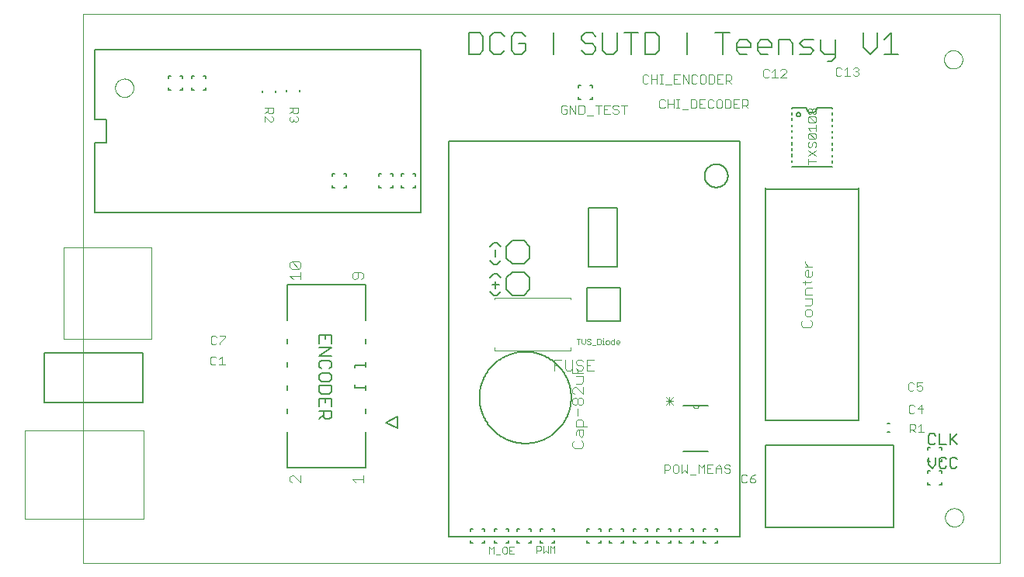
<source format=gto>
G75*
%MOIN*%
%OFA0B0*%
%FSLAX25Y25*%
%IPPOS*%
%LPD*%
%AMOC8*
5,1,8,0,0,1.08239X$1,22.5*
%
%ADD10C,0.00000*%
%ADD11C,0.00800*%
%ADD12C,0.00600*%
%ADD13C,0.00300*%
%ADD14C,0.00500*%
%ADD15C,0.00400*%
%ADD16C,0.00200*%
%ADD17C,0.00394*%
D10*
X0031328Y0025816D02*
X0031328Y0262036D01*
X0425028Y0262036D01*
X0425028Y0025816D01*
X0031328Y0025816D01*
X0293198Y0093647D02*
X0293200Y0093578D01*
X0293206Y0093510D01*
X0293216Y0093442D01*
X0293229Y0093375D01*
X0293247Y0093309D01*
X0293268Y0093244D01*
X0293293Y0093180D01*
X0293321Y0093118D01*
X0293353Y0093057D01*
X0293388Y0092998D01*
X0293427Y0092942D01*
X0293469Y0092887D01*
X0293514Y0092836D01*
X0293562Y0092786D01*
X0293612Y0092740D01*
X0293665Y0092697D01*
X0293721Y0092656D01*
X0293778Y0092619D01*
X0293838Y0092586D01*
X0293900Y0092555D01*
X0293963Y0092529D01*
X0294027Y0092506D01*
X0294093Y0092486D01*
X0294160Y0092471D01*
X0294227Y0092459D01*
X0294295Y0092451D01*
X0294364Y0092447D01*
X0294432Y0092447D01*
X0294501Y0092451D01*
X0294569Y0092459D01*
X0294636Y0092471D01*
X0294703Y0092486D01*
X0294769Y0092506D01*
X0294833Y0092529D01*
X0294896Y0092555D01*
X0294958Y0092586D01*
X0295018Y0092619D01*
X0295075Y0092656D01*
X0295131Y0092697D01*
X0295184Y0092740D01*
X0295234Y0092786D01*
X0295282Y0092836D01*
X0295327Y0092887D01*
X0295369Y0092942D01*
X0295408Y0092998D01*
X0295443Y0093057D01*
X0295475Y0093118D01*
X0295503Y0093180D01*
X0295528Y0093244D01*
X0295549Y0093309D01*
X0295567Y0093375D01*
X0295580Y0093442D01*
X0295590Y0093510D01*
X0295596Y0093578D01*
X0295598Y0093647D01*
X0401406Y0045501D02*
X0401408Y0045626D01*
X0401414Y0045751D01*
X0401424Y0045875D01*
X0401438Y0045999D01*
X0401455Y0046123D01*
X0401477Y0046246D01*
X0401503Y0046368D01*
X0401532Y0046490D01*
X0401565Y0046610D01*
X0401603Y0046729D01*
X0401643Y0046848D01*
X0401688Y0046964D01*
X0401736Y0047079D01*
X0401788Y0047193D01*
X0401844Y0047305D01*
X0401903Y0047415D01*
X0401965Y0047523D01*
X0402031Y0047630D01*
X0402100Y0047734D01*
X0402173Y0047835D01*
X0402248Y0047935D01*
X0402327Y0048032D01*
X0402409Y0048126D01*
X0402494Y0048218D01*
X0402581Y0048307D01*
X0402672Y0048393D01*
X0402765Y0048476D01*
X0402861Y0048557D01*
X0402959Y0048634D01*
X0403059Y0048708D01*
X0403162Y0048779D01*
X0403267Y0048846D01*
X0403375Y0048911D01*
X0403484Y0048971D01*
X0403595Y0049029D01*
X0403708Y0049082D01*
X0403822Y0049132D01*
X0403938Y0049179D01*
X0404055Y0049221D01*
X0404174Y0049260D01*
X0404294Y0049296D01*
X0404415Y0049327D01*
X0404537Y0049355D01*
X0404659Y0049378D01*
X0404783Y0049398D01*
X0404907Y0049414D01*
X0405031Y0049426D01*
X0405156Y0049434D01*
X0405281Y0049438D01*
X0405405Y0049438D01*
X0405530Y0049434D01*
X0405655Y0049426D01*
X0405779Y0049414D01*
X0405903Y0049398D01*
X0406027Y0049378D01*
X0406149Y0049355D01*
X0406271Y0049327D01*
X0406392Y0049296D01*
X0406512Y0049260D01*
X0406631Y0049221D01*
X0406748Y0049179D01*
X0406864Y0049132D01*
X0406978Y0049082D01*
X0407091Y0049029D01*
X0407202Y0048971D01*
X0407312Y0048911D01*
X0407419Y0048846D01*
X0407524Y0048779D01*
X0407627Y0048708D01*
X0407727Y0048634D01*
X0407825Y0048557D01*
X0407921Y0048476D01*
X0408014Y0048393D01*
X0408105Y0048307D01*
X0408192Y0048218D01*
X0408277Y0048126D01*
X0408359Y0048032D01*
X0408438Y0047935D01*
X0408513Y0047835D01*
X0408586Y0047734D01*
X0408655Y0047630D01*
X0408721Y0047523D01*
X0408783Y0047415D01*
X0408842Y0047305D01*
X0408898Y0047193D01*
X0408950Y0047079D01*
X0408998Y0046964D01*
X0409043Y0046848D01*
X0409083Y0046729D01*
X0409121Y0046610D01*
X0409154Y0046490D01*
X0409183Y0046368D01*
X0409209Y0046246D01*
X0409231Y0046123D01*
X0409248Y0045999D01*
X0409262Y0045875D01*
X0409272Y0045751D01*
X0409278Y0045626D01*
X0409280Y0045501D01*
X0409278Y0045376D01*
X0409272Y0045251D01*
X0409262Y0045127D01*
X0409248Y0045003D01*
X0409231Y0044879D01*
X0409209Y0044756D01*
X0409183Y0044634D01*
X0409154Y0044512D01*
X0409121Y0044392D01*
X0409083Y0044273D01*
X0409043Y0044154D01*
X0408998Y0044038D01*
X0408950Y0043923D01*
X0408898Y0043809D01*
X0408842Y0043697D01*
X0408783Y0043587D01*
X0408721Y0043479D01*
X0408655Y0043372D01*
X0408586Y0043268D01*
X0408513Y0043167D01*
X0408438Y0043067D01*
X0408359Y0042970D01*
X0408277Y0042876D01*
X0408192Y0042784D01*
X0408105Y0042695D01*
X0408014Y0042609D01*
X0407921Y0042526D01*
X0407825Y0042445D01*
X0407727Y0042368D01*
X0407627Y0042294D01*
X0407524Y0042223D01*
X0407419Y0042156D01*
X0407311Y0042091D01*
X0407202Y0042031D01*
X0407091Y0041973D01*
X0406978Y0041920D01*
X0406864Y0041870D01*
X0406748Y0041823D01*
X0406631Y0041781D01*
X0406512Y0041742D01*
X0406392Y0041706D01*
X0406271Y0041675D01*
X0406149Y0041647D01*
X0406027Y0041624D01*
X0405903Y0041604D01*
X0405779Y0041588D01*
X0405655Y0041576D01*
X0405530Y0041568D01*
X0405405Y0041564D01*
X0405281Y0041564D01*
X0405156Y0041568D01*
X0405031Y0041576D01*
X0404907Y0041588D01*
X0404783Y0041604D01*
X0404659Y0041624D01*
X0404537Y0041647D01*
X0404415Y0041675D01*
X0404294Y0041706D01*
X0404174Y0041742D01*
X0404055Y0041781D01*
X0403938Y0041823D01*
X0403822Y0041870D01*
X0403708Y0041920D01*
X0403595Y0041973D01*
X0403484Y0042031D01*
X0403374Y0042091D01*
X0403267Y0042156D01*
X0403162Y0042223D01*
X0403059Y0042294D01*
X0402959Y0042368D01*
X0402861Y0042445D01*
X0402765Y0042526D01*
X0402672Y0042609D01*
X0402581Y0042695D01*
X0402494Y0042784D01*
X0402409Y0042876D01*
X0402327Y0042970D01*
X0402248Y0043067D01*
X0402173Y0043167D01*
X0402100Y0043268D01*
X0402031Y0043372D01*
X0401965Y0043479D01*
X0401903Y0043587D01*
X0401844Y0043697D01*
X0401788Y0043809D01*
X0401736Y0043923D01*
X0401688Y0044038D01*
X0401643Y0044154D01*
X0401603Y0044273D01*
X0401565Y0044392D01*
X0401532Y0044512D01*
X0401503Y0044634D01*
X0401477Y0044756D01*
X0401455Y0044879D01*
X0401438Y0045003D01*
X0401424Y0045127D01*
X0401414Y0045251D01*
X0401408Y0045376D01*
X0401406Y0045501D01*
X0401013Y0242351D02*
X0401015Y0242476D01*
X0401021Y0242601D01*
X0401031Y0242725D01*
X0401045Y0242849D01*
X0401062Y0242973D01*
X0401084Y0243096D01*
X0401110Y0243218D01*
X0401139Y0243340D01*
X0401172Y0243460D01*
X0401210Y0243579D01*
X0401250Y0243698D01*
X0401295Y0243814D01*
X0401343Y0243929D01*
X0401395Y0244043D01*
X0401451Y0244155D01*
X0401510Y0244265D01*
X0401572Y0244373D01*
X0401638Y0244480D01*
X0401707Y0244584D01*
X0401780Y0244685D01*
X0401855Y0244785D01*
X0401934Y0244882D01*
X0402016Y0244976D01*
X0402101Y0245068D01*
X0402188Y0245157D01*
X0402279Y0245243D01*
X0402372Y0245326D01*
X0402468Y0245407D01*
X0402566Y0245484D01*
X0402666Y0245558D01*
X0402769Y0245629D01*
X0402874Y0245696D01*
X0402982Y0245761D01*
X0403091Y0245821D01*
X0403202Y0245879D01*
X0403315Y0245932D01*
X0403429Y0245982D01*
X0403545Y0246029D01*
X0403662Y0246071D01*
X0403781Y0246110D01*
X0403901Y0246146D01*
X0404022Y0246177D01*
X0404144Y0246205D01*
X0404266Y0246228D01*
X0404390Y0246248D01*
X0404514Y0246264D01*
X0404638Y0246276D01*
X0404763Y0246284D01*
X0404888Y0246288D01*
X0405012Y0246288D01*
X0405137Y0246284D01*
X0405262Y0246276D01*
X0405386Y0246264D01*
X0405510Y0246248D01*
X0405634Y0246228D01*
X0405756Y0246205D01*
X0405878Y0246177D01*
X0405999Y0246146D01*
X0406119Y0246110D01*
X0406238Y0246071D01*
X0406355Y0246029D01*
X0406471Y0245982D01*
X0406585Y0245932D01*
X0406698Y0245879D01*
X0406809Y0245821D01*
X0406919Y0245761D01*
X0407026Y0245696D01*
X0407131Y0245629D01*
X0407234Y0245558D01*
X0407334Y0245484D01*
X0407432Y0245407D01*
X0407528Y0245326D01*
X0407621Y0245243D01*
X0407712Y0245157D01*
X0407799Y0245068D01*
X0407884Y0244976D01*
X0407966Y0244882D01*
X0408045Y0244785D01*
X0408120Y0244685D01*
X0408193Y0244584D01*
X0408262Y0244480D01*
X0408328Y0244373D01*
X0408390Y0244265D01*
X0408449Y0244155D01*
X0408505Y0244043D01*
X0408557Y0243929D01*
X0408605Y0243814D01*
X0408650Y0243698D01*
X0408690Y0243579D01*
X0408728Y0243460D01*
X0408761Y0243340D01*
X0408790Y0243218D01*
X0408816Y0243096D01*
X0408838Y0242973D01*
X0408855Y0242849D01*
X0408869Y0242725D01*
X0408879Y0242601D01*
X0408885Y0242476D01*
X0408887Y0242351D01*
X0408885Y0242226D01*
X0408879Y0242101D01*
X0408869Y0241977D01*
X0408855Y0241853D01*
X0408838Y0241729D01*
X0408816Y0241606D01*
X0408790Y0241484D01*
X0408761Y0241362D01*
X0408728Y0241242D01*
X0408690Y0241123D01*
X0408650Y0241004D01*
X0408605Y0240888D01*
X0408557Y0240773D01*
X0408505Y0240659D01*
X0408449Y0240547D01*
X0408390Y0240437D01*
X0408328Y0240329D01*
X0408262Y0240222D01*
X0408193Y0240118D01*
X0408120Y0240017D01*
X0408045Y0239917D01*
X0407966Y0239820D01*
X0407884Y0239726D01*
X0407799Y0239634D01*
X0407712Y0239545D01*
X0407621Y0239459D01*
X0407528Y0239376D01*
X0407432Y0239295D01*
X0407334Y0239218D01*
X0407234Y0239144D01*
X0407131Y0239073D01*
X0407026Y0239006D01*
X0406918Y0238941D01*
X0406809Y0238881D01*
X0406698Y0238823D01*
X0406585Y0238770D01*
X0406471Y0238720D01*
X0406355Y0238673D01*
X0406238Y0238631D01*
X0406119Y0238592D01*
X0405999Y0238556D01*
X0405878Y0238525D01*
X0405756Y0238497D01*
X0405634Y0238474D01*
X0405510Y0238454D01*
X0405386Y0238438D01*
X0405262Y0238426D01*
X0405137Y0238418D01*
X0405012Y0238414D01*
X0404888Y0238414D01*
X0404763Y0238418D01*
X0404638Y0238426D01*
X0404514Y0238438D01*
X0404390Y0238454D01*
X0404266Y0238474D01*
X0404144Y0238497D01*
X0404022Y0238525D01*
X0403901Y0238556D01*
X0403781Y0238592D01*
X0403662Y0238631D01*
X0403545Y0238673D01*
X0403429Y0238720D01*
X0403315Y0238770D01*
X0403202Y0238823D01*
X0403091Y0238881D01*
X0402981Y0238941D01*
X0402874Y0239006D01*
X0402769Y0239073D01*
X0402666Y0239144D01*
X0402566Y0239218D01*
X0402468Y0239295D01*
X0402372Y0239376D01*
X0402279Y0239459D01*
X0402188Y0239545D01*
X0402101Y0239634D01*
X0402016Y0239726D01*
X0401934Y0239820D01*
X0401855Y0239917D01*
X0401780Y0240017D01*
X0401707Y0240118D01*
X0401638Y0240222D01*
X0401572Y0240329D01*
X0401510Y0240437D01*
X0401451Y0240547D01*
X0401395Y0240659D01*
X0401343Y0240773D01*
X0401295Y0240888D01*
X0401250Y0241004D01*
X0401210Y0241123D01*
X0401172Y0241242D01*
X0401139Y0241362D01*
X0401110Y0241484D01*
X0401084Y0241606D01*
X0401062Y0241729D01*
X0401045Y0241853D01*
X0401031Y0241977D01*
X0401021Y0242101D01*
X0401015Y0242226D01*
X0401013Y0242351D01*
X0045107Y0230146D02*
X0045109Y0230271D01*
X0045115Y0230396D01*
X0045125Y0230520D01*
X0045139Y0230644D01*
X0045156Y0230768D01*
X0045178Y0230891D01*
X0045204Y0231013D01*
X0045233Y0231135D01*
X0045266Y0231255D01*
X0045304Y0231374D01*
X0045344Y0231493D01*
X0045389Y0231609D01*
X0045437Y0231724D01*
X0045489Y0231838D01*
X0045545Y0231950D01*
X0045604Y0232060D01*
X0045666Y0232168D01*
X0045732Y0232275D01*
X0045801Y0232379D01*
X0045874Y0232480D01*
X0045949Y0232580D01*
X0046028Y0232677D01*
X0046110Y0232771D01*
X0046195Y0232863D01*
X0046282Y0232952D01*
X0046373Y0233038D01*
X0046466Y0233121D01*
X0046562Y0233202D01*
X0046660Y0233279D01*
X0046760Y0233353D01*
X0046863Y0233424D01*
X0046968Y0233491D01*
X0047076Y0233556D01*
X0047185Y0233616D01*
X0047296Y0233674D01*
X0047409Y0233727D01*
X0047523Y0233777D01*
X0047639Y0233824D01*
X0047756Y0233866D01*
X0047875Y0233905D01*
X0047995Y0233941D01*
X0048116Y0233972D01*
X0048238Y0234000D01*
X0048360Y0234023D01*
X0048484Y0234043D01*
X0048608Y0234059D01*
X0048732Y0234071D01*
X0048857Y0234079D01*
X0048982Y0234083D01*
X0049106Y0234083D01*
X0049231Y0234079D01*
X0049356Y0234071D01*
X0049480Y0234059D01*
X0049604Y0234043D01*
X0049728Y0234023D01*
X0049850Y0234000D01*
X0049972Y0233972D01*
X0050093Y0233941D01*
X0050213Y0233905D01*
X0050332Y0233866D01*
X0050449Y0233824D01*
X0050565Y0233777D01*
X0050679Y0233727D01*
X0050792Y0233674D01*
X0050903Y0233616D01*
X0051013Y0233556D01*
X0051120Y0233491D01*
X0051225Y0233424D01*
X0051328Y0233353D01*
X0051428Y0233279D01*
X0051526Y0233202D01*
X0051622Y0233121D01*
X0051715Y0233038D01*
X0051806Y0232952D01*
X0051893Y0232863D01*
X0051978Y0232771D01*
X0052060Y0232677D01*
X0052139Y0232580D01*
X0052214Y0232480D01*
X0052287Y0232379D01*
X0052356Y0232275D01*
X0052422Y0232168D01*
X0052484Y0232060D01*
X0052543Y0231950D01*
X0052599Y0231838D01*
X0052651Y0231724D01*
X0052699Y0231609D01*
X0052744Y0231493D01*
X0052784Y0231374D01*
X0052822Y0231255D01*
X0052855Y0231135D01*
X0052884Y0231013D01*
X0052910Y0230891D01*
X0052932Y0230768D01*
X0052949Y0230644D01*
X0052963Y0230520D01*
X0052973Y0230396D01*
X0052979Y0230271D01*
X0052981Y0230146D01*
X0052979Y0230021D01*
X0052973Y0229896D01*
X0052963Y0229772D01*
X0052949Y0229648D01*
X0052932Y0229524D01*
X0052910Y0229401D01*
X0052884Y0229279D01*
X0052855Y0229157D01*
X0052822Y0229037D01*
X0052784Y0228918D01*
X0052744Y0228799D01*
X0052699Y0228683D01*
X0052651Y0228568D01*
X0052599Y0228454D01*
X0052543Y0228342D01*
X0052484Y0228232D01*
X0052422Y0228124D01*
X0052356Y0228017D01*
X0052287Y0227913D01*
X0052214Y0227812D01*
X0052139Y0227712D01*
X0052060Y0227615D01*
X0051978Y0227521D01*
X0051893Y0227429D01*
X0051806Y0227340D01*
X0051715Y0227254D01*
X0051622Y0227171D01*
X0051526Y0227090D01*
X0051428Y0227013D01*
X0051328Y0226939D01*
X0051225Y0226868D01*
X0051120Y0226801D01*
X0051012Y0226736D01*
X0050903Y0226676D01*
X0050792Y0226618D01*
X0050679Y0226565D01*
X0050565Y0226515D01*
X0050449Y0226468D01*
X0050332Y0226426D01*
X0050213Y0226387D01*
X0050093Y0226351D01*
X0049972Y0226320D01*
X0049850Y0226292D01*
X0049728Y0226269D01*
X0049604Y0226249D01*
X0049480Y0226233D01*
X0049356Y0226221D01*
X0049231Y0226213D01*
X0049106Y0226209D01*
X0048982Y0226209D01*
X0048857Y0226213D01*
X0048732Y0226221D01*
X0048608Y0226233D01*
X0048484Y0226249D01*
X0048360Y0226269D01*
X0048238Y0226292D01*
X0048116Y0226320D01*
X0047995Y0226351D01*
X0047875Y0226387D01*
X0047756Y0226426D01*
X0047639Y0226468D01*
X0047523Y0226515D01*
X0047409Y0226565D01*
X0047296Y0226618D01*
X0047185Y0226676D01*
X0047075Y0226736D01*
X0046968Y0226801D01*
X0046863Y0226868D01*
X0046760Y0226939D01*
X0046660Y0227013D01*
X0046562Y0227090D01*
X0046466Y0227171D01*
X0046373Y0227254D01*
X0046282Y0227340D01*
X0046195Y0227429D01*
X0046110Y0227521D01*
X0046028Y0227615D01*
X0045949Y0227712D01*
X0045874Y0227812D01*
X0045801Y0227913D01*
X0045732Y0228017D01*
X0045666Y0228124D01*
X0045604Y0228232D01*
X0045545Y0228342D01*
X0045489Y0228454D01*
X0045437Y0228568D01*
X0045389Y0228683D01*
X0045344Y0228799D01*
X0045304Y0228918D01*
X0045266Y0229037D01*
X0045233Y0229157D01*
X0045204Y0229279D01*
X0045178Y0229401D01*
X0045156Y0229524D01*
X0045139Y0229648D01*
X0045125Y0229772D01*
X0045115Y0229896D01*
X0045109Y0230021D01*
X0045107Y0230146D01*
D11*
X0041209Y0216603D02*
X0036209Y0216603D01*
X0036209Y0246603D01*
X0176209Y0246603D01*
X0176209Y0176603D01*
X0036209Y0176603D01*
X0036209Y0206603D01*
X0041209Y0206603D01*
X0041209Y0216603D01*
X0197082Y0244720D02*
X0201607Y0244720D01*
X0203115Y0246228D01*
X0203115Y0252262D01*
X0201607Y0253770D01*
X0197082Y0253770D01*
X0197082Y0244720D01*
X0206145Y0246228D02*
X0207653Y0244720D01*
X0210670Y0244720D01*
X0212178Y0246228D01*
X0215208Y0246228D02*
X0216716Y0244720D01*
X0219733Y0244720D01*
X0221241Y0246228D01*
X0221241Y0249245D01*
X0218224Y0249245D01*
X0215208Y0252262D02*
X0215208Y0246228D01*
X0215208Y0252262D02*
X0216716Y0253770D01*
X0219733Y0253770D01*
X0221241Y0252262D01*
X0212178Y0252262D02*
X0210670Y0253770D01*
X0207653Y0253770D01*
X0206145Y0252262D01*
X0206145Y0246228D01*
X0233333Y0244720D02*
X0233333Y0253770D01*
X0245417Y0252262D02*
X0245417Y0250753D01*
X0246925Y0249245D01*
X0249942Y0249245D01*
X0251451Y0247736D01*
X0251451Y0246228D01*
X0249942Y0244720D01*
X0246925Y0244720D01*
X0245417Y0246228D01*
X0254480Y0246228D02*
X0255988Y0244720D01*
X0259005Y0244720D01*
X0260513Y0246228D01*
X0260513Y0253770D01*
X0263543Y0253770D02*
X0269576Y0253770D01*
X0266560Y0253770D02*
X0266560Y0244720D01*
X0272606Y0244720D02*
X0277131Y0244720D01*
X0278639Y0246228D01*
X0278639Y0252262D01*
X0277131Y0253770D01*
X0272606Y0253770D01*
X0272606Y0244720D01*
X0290731Y0244720D02*
X0290731Y0253770D01*
X0302815Y0253770D02*
X0308849Y0253770D01*
X0305832Y0253770D02*
X0305832Y0244720D01*
X0311878Y0246228D02*
X0311878Y0249245D01*
X0313386Y0250753D01*
X0316403Y0250753D01*
X0317912Y0249245D01*
X0317912Y0247736D01*
X0311878Y0247736D01*
X0311878Y0246228D02*
X0313386Y0244720D01*
X0316403Y0244720D01*
X0320941Y0246228D02*
X0320941Y0249245D01*
X0322449Y0250753D01*
X0325466Y0250753D01*
X0326974Y0249245D01*
X0326974Y0247736D01*
X0320941Y0247736D01*
X0320941Y0246228D02*
X0322449Y0244720D01*
X0325466Y0244720D01*
X0330004Y0244720D02*
X0330004Y0250753D01*
X0334529Y0250753D01*
X0336037Y0249245D01*
X0336037Y0244720D01*
X0339067Y0244720D02*
X0343592Y0244720D01*
X0345100Y0246228D01*
X0343592Y0247736D01*
X0340575Y0247736D01*
X0339067Y0249245D01*
X0340575Y0250753D01*
X0345100Y0250753D01*
X0348130Y0250753D02*
X0348130Y0246228D01*
X0349638Y0244720D01*
X0354163Y0244720D01*
X0354163Y0243211D02*
X0352655Y0241703D01*
X0351146Y0241703D01*
X0354163Y0243211D02*
X0354163Y0250753D01*
X0366255Y0247736D02*
X0369272Y0244720D01*
X0372289Y0247736D01*
X0372289Y0253770D01*
X0375318Y0250753D02*
X0378335Y0253770D01*
X0378335Y0244720D01*
X0375318Y0244720D02*
X0381352Y0244720D01*
X0366255Y0247736D02*
X0366255Y0253770D01*
X0254480Y0253770D02*
X0254480Y0246228D01*
X0251451Y0252262D02*
X0249942Y0253770D01*
X0246925Y0253770D01*
X0245417Y0252262D01*
D12*
X0245076Y0231178D02*
X0244076Y0231178D01*
X0244076Y0230178D01*
X0244076Y0226178D02*
X0244076Y0225178D01*
X0245076Y0225178D01*
X0249076Y0225178D02*
X0250076Y0225178D01*
X0250076Y0226178D01*
X0250076Y0230178D02*
X0250076Y0231178D01*
X0249076Y0231178D01*
X0174091Y0193383D02*
X0174091Y0192383D01*
X0174091Y0193383D02*
X0173091Y0193383D01*
X0169091Y0193383D02*
X0168091Y0193383D01*
X0168091Y0192383D01*
X0164249Y0192383D02*
X0164249Y0193383D01*
X0163249Y0193383D01*
X0159249Y0193383D02*
X0158249Y0193383D01*
X0158249Y0192383D01*
X0158249Y0188383D02*
X0158249Y0187383D01*
X0159249Y0187383D01*
X0163249Y0187383D02*
X0164249Y0187383D01*
X0164249Y0188383D01*
X0168091Y0188383D02*
X0168091Y0187383D01*
X0169091Y0187383D01*
X0173091Y0187383D02*
X0174091Y0187383D01*
X0174091Y0188383D01*
X0144170Y0188383D02*
X0144170Y0187383D01*
X0143170Y0187383D01*
X0139170Y0187383D02*
X0138170Y0187383D01*
X0138170Y0188383D01*
X0138170Y0192383D02*
X0138170Y0193383D01*
X0139170Y0193383D01*
X0143170Y0193383D02*
X0144170Y0193383D01*
X0144170Y0192383D01*
X0124285Y0228565D02*
X0124285Y0229365D01*
X0118685Y0229365D02*
X0118685Y0228565D01*
X0114049Y0228172D02*
X0114049Y0228972D01*
X0108449Y0228972D02*
X0108449Y0228172D01*
X0083934Y0229115D02*
X0082934Y0229115D01*
X0083934Y0229115D02*
X0083934Y0230115D01*
X0078934Y0229115D02*
X0077934Y0229115D01*
X0077934Y0230115D01*
X0074091Y0230115D02*
X0074091Y0229115D01*
X0073091Y0229115D01*
X0069091Y0229115D02*
X0068091Y0229115D01*
X0068091Y0230115D01*
X0068091Y0234115D02*
X0068091Y0235115D01*
X0069091Y0235115D01*
X0073091Y0235115D02*
X0074091Y0235115D01*
X0074091Y0234115D01*
X0077934Y0234115D02*
X0077934Y0235115D01*
X0078934Y0235115D01*
X0082934Y0235115D02*
X0083934Y0235115D01*
X0083934Y0234115D01*
X0213099Y0161938D02*
X0213099Y0156938D01*
X0215599Y0154438D01*
X0220599Y0154438D01*
X0223099Y0156938D01*
X0223099Y0161938D01*
X0220599Y0164438D01*
X0215599Y0164438D01*
X0213099Y0161938D01*
X0215599Y0151013D02*
X0220599Y0151013D01*
X0223099Y0148513D01*
X0223099Y0143513D01*
X0220599Y0141013D01*
X0215599Y0141013D01*
X0213099Y0143513D01*
X0213099Y0148513D01*
X0215599Y0151013D01*
X0152755Y0145649D02*
X0152755Y0130149D01*
X0152755Y0122349D02*
X0152755Y0120149D01*
X0152755Y0112349D02*
X0152755Y0110149D01*
X0152755Y0102349D02*
X0152755Y0100149D01*
X0152755Y0092349D02*
X0152755Y0090149D01*
X0161255Y0086249D02*
X0166255Y0083749D01*
X0166255Y0088749D01*
X0161255Y0086249D01*
X0152755Y0082349D02*
X0152755Y0066849D01*
X0118955Y0066849D01*
X0118955Y0082349D01*
X0118955Y0090149D02*
X0118955Y0092349D01*
X0118955Y0100149D02*
X0118955Y0102349D01*
X0118955Y0110149D02*
X0118955Y0112349D01*
X0118955Y0120149D02*
X0118955Y0122349D01*
X0118955Y0130149D02*
X0118955Y0145649D01*
X0152755Y0145649D01*
X0138031Y0123919D02*
X0132721Y0123919D01*
X0132721Y0120379D01*
X0132721Y0118481D02*
X0138031Y0118481D01*
X0132721Y0114941D01*
X0138031Y0114941D01*
X0137146Y0113043D02*
X0133606Y0113043D01*
X0132721Y0112158D01*
X0132721Y0110388D01*
X0133606Y0109503D01*
X0133606Y0107606D02*
X0132721Y0106721D01*
X0132721Y0104951D01*
X0133606Y0104066D01*
X0137146Y0104066D01*
X0138031Y0104951D01*
X0138031Y0106721D01*
X0137146Y0107606D01*
X0133606Y0107606D01*
X0137146Y0109503D02*
X0138031Y0110388D01*
X0138031Y0112158D01*
X0137146Y0113043D01*
X0138031Y0120379D02*
X0138031Y0123919D01*
X0135376Y0123919D02*
X0135376Y0122149D01*
X0132721Y0102168D02*
X0132721Y0099513D01*
X0133606Y0098628D01*
X0137146Y0098628D01*
X0138031Y0099513D01*
X0138031Y0102168D01*
X0132721Y0102168D01*
X0132721Y0096730D02*
X0132721Y0093190D01*
X0132721Y0091293D02*
X0138031Y0091293D01*
X0138031Y0088638D01*
X0137146Y0087753D01*
X0135376Y0087753D01*
X0134491Y0088638D01*
X0134491Y0091293D01*
X0134491Y0089523D02*
X0132721Y0087753D01*
X0138031Y0093190D02*
X0138031Y0096730D01*
X0132721Y0096730D01*
X0135376Y0096730D02*
X0135376Y0094960D01*
X0197619Y0040627D02*
X0197619Y0039627D01*
X0197619Y0040627D02*
X0198619Y0040627D01*
X0202619Y0040627D02*
X0203619Y0040627D01*
X0203619Y0039627D01*
X0203619Y0035627D02*
X0203619Y0034627D01*
X0202619Y0034627D01*
X0198619Y0034627D02*
X0197619Y0034627D01*
X0197619Y0035627D01*
X0207855Y0035627D02*
X0207855Y0034627D01*
X0208855Y0034627D01*
X0212855Y0034627D02*
X0213855Y0034627D01*
X0213855Y0035627D01*
X0217698Y0035627D02*
X0217698Y0034627D01*
X0218698Y0034627D01*
X0222698Y0034627D02*
X0223698Y0034627D01*
X0223698Y0035627D01*
X0227540Y0035627D02*
X0227540Y0034627D01*
X0228540Y0034627D01*
X0232540Y0034627D02*
X0233540Y0034627D01*
X0233540Y0035627D01*
X0233540Y0039627D02*
X0233540Y0040627D01*
X0232540Y0040627D01*
X0228540Y0040627D02*
X0227540Y0040627D01*
X0227540Y0039627D01*
X0223698Y0039627D02*
X0223698Y0040627D01*
X0222698Y0040627D01*
X0218698Y0040627D02*
X0217698Y0040627D01*
X0217698Y0039627D01*
X0213855Y0039627D02*
X0213855Y0040627D01*
X0212855Y0040627D01*
X0208855Y0040627D02*
X0207855Y0040627D01*
X0207855Y0039627D01*
X0247619Y0039627D02*
X0247619Y0040627D01*
X0248619Y0040627D01*
X0252619Y0040627D02*
X0253619Y0040627D01*
X0253619Y0039627D01*
X0257461Y0039627D02*
X0257461Y0040627D01*
X0258461Y0040627D01*
X0262461Y0040627D02*
X0263461Y0040627D01*
X0263461Y0039627D01*
X0263461Y0035627D02*
X0263461Y0034627D01*
X0262461Y0034627D01*
X0258461Y0034627D02*
X0257461Y0034627D01*
X0257461Y0035627D01*
X0253619Y0035627D02*
X0253619Y0034627D01*
X0252619Y0034627D01*
X0248619Y0034627D02*
X0247619Y0034627D01*
X0247619Y0035627D01*
X0267698Y0035627D02*
X0267698Y0034627D01*
X0268698Y0034627D01*
X0272698Y0034627D02*
X0273698Y0034627D01*
X0273698Y0035627D01*
X0277540Y0035627D02*
X0277540Y0034627D01*
X0278540Y0034627D01*
X0282540Y0034627D02*
X0283540Y0034627D01*
X0283540Y0035627D01*
X0287383Y0035627D02*
X0287383Y0034627D01*
X0288383Y0034627D01*
X0292383Y0034627D02*
X0293383Y0034627D01*
X0293383Y0035627D01*
X0293383Y0039627D02*
X0293383Y0040627D01*
X0292383Y0040627D01*
X0288383Y0040627D02*
X0287383Y0040627D01*
X0287383Y0039627D01*
X0283540Y0039627D02*
X0283540Y0040627D01*
X0282540Y0040627D01*
X0278540Y0040627D02*
X0277540Y0040627D01*
X0277540Y0039627D01*
X0273698Y0039627D02*
X0273698Y0040627D01*
X0272698Y0040627D01*
X0268698Y0040627D02*
X0267698Y0040627D01*
X0267698Y0039627D01*
X0297619Y0039627D02*
X0297619Y0040627D01*
X0298619Y0040627D01*
X0302619Y0040627D02*
X0303619Y0040627D01*
X0303619Y0039627D01*
X0303619Y0035627D02*
X0303619Y0034627D01*
X0302619Y0034627D01*
X0298619Y0034627D02*
X0297619Y0034627D01*
X0297619Y0035627D01*
X0299798Y0074047D02*
X0288998Y0074047D01*
X0288998Y0093647D02*
X0293198Y0093647D01*
X0295598Y0093647D01*
X0299798Y0093647D01*
X0376733Y0086062D02*
X0377733Y0086062D01*
X0377733Y0082262D02*
X0376733Y0082262D01*
X0394076Y0075666D02*
X0394076Y0074666D01*
X0394076Y0075666D02*
X0395076Y0075666D01*
X0399076Y0075666D02*
X0400076Y0075666D01*
X0400076Y0074666D01*
X0400076Y0070666D02*
X0400076Y0069666D01*
X0399076Y0069666D01*
X0395076Y0069666D02*
X0394076Y0069666D01*
X0394076Y0070666D01*
X0394076Y0065430D02*
X0394076Y0064430D01*
X0394076Y0065430D02*
X0395076Y0065430D01*
X0399076Y0065430D02*
X0400076Y0065430D01*
X0400076Y0064430D01*
X0400076Y0060430D02*
X0400076Y0059430D01*
X0399076Y0059430D01*
X0395076Y0059430D02*
X0394076Y0059430D01*
X0394076Y0060430D01*
D13*
X0284684Y0093981D02*
X0281548Y0097117D01*
X0281548Y0095549D02*
X0284684Y0095549D01*
X0284684Y0097117D02*
X0281548Y0093981D01*
X0283116Y0093981D02*
X0283116Y0097117D01*
X0233817Y0033211D02*
X0233817Y0030359D01*
X0231916Y0030359D02*
X0231916Y0033211D01*
X0232866Y0032261D01*
X0233817Y0033211D01*
X0230917Y0033211D02*
X0230917Y0030359D01*
X0229966Y0031310D01*
X0229015Y0030359D01*
X0229015Y0033211D01*
X0228017Y0032736D02*
X0228017Y0031785D01*
X0227541Y0031310D01*
X0226115Y0031310D01*
X0226115Y0030359D02*
X0226115Y0033211D01*
X0227541Y0033211D01*
X0228017Y0032736D01*
X0216245Y0032818D02*
X0214343Y0032818D01*
X0214343Y0029966D01*
X0216245Y0029966D01*
X0215294Y0031392D02*
X0214343Y0031392D01*
X0213344Y0032342D02*
X0212869Y0032818D01*
X0211918Y0032818D01*
X0211443Y0032342D01*
X0211443Y0030441D01*
X0211918Y0029966D01*
X0212869Y0029966D01*
X0213344Y0030441D01*
X0213344Y0032342D01*
X0210444Y0029490D02*
X0208543Y0029490D01*
X0207544Y0029966D02*
X0207544Y0032818D01*
X0206594Y0031867D01*
X0205643Y0032818D01*
X0205643Y0029966D01*
X0151605Y0060499D02*
X0151605Y0063635D01*
X0151605Y0062067D02*
X0146901Y0062067D01*
X0148469Y0060499D01*
X0124805Y0060499D02*
X0121669Y0063635D01*
X0120885Y0063635D01*
X0120101Y0062851D01*
X0120101Y0061283D01*
X0120885Y0060499D01*
X0124805Y0060499D02*
X0124805Y0063635D01*
X0124805Y0147799D02*
X0124805Y0150935D01*
X0124805Y0149367D02*
X0120101Y0149367D01*
X0121669Y0147799D01*
X0120885Y0152403D02*
X0120101Y0153187D01*
X0120101Y0154755D01*
X0120885Y0155539D01*
X0124021Y0152403D01*
X0124805Y0153187D01*
X0124805Y0154755D01*
X0124021Y0155539D01*
X0120885Y0155539D01*
X0120885Y0152403D02*
X0124021Y0152403D01*
X0146901Y0150151D02*
X0146901Y0148583D01*
X0147685Y0147799D01*
X0148469Y0147799D01*
X0149253Y0148583D01*
X0149253Y0150935D01*
X0147685Y0150935D02*
X0146901Y0150151D01*
X0147685Y0150935D02*
X0150821Y0150935D01*
X0151605Y0150151D01*
X0151605Y0148583D01*
X0150821Y0147799D01*
X0236658Y0219631D02*
X0237276Y0219013D01*
X0238510Y0219013D01*
X0239127Y0219631D01*
X0239127Y0220865D01*
X0237893Y0220865D01*
X0239127Y0222099D02*
X0238510Y0222717D01*
X0237276Y0222717D01*
X0236658Y0222099D01*
X0236658Y0219631D01*
X0240342Y0219013D02*
X0240342Y0222717D01*
X0242810Y0219013D01*
X0242810Y0222717D01*
X0244025Y0222717D02*
X0245876Y0222717D01*
X0246494Y0222099D01*
X0246494Y0219631D01*
X0245876Y0219013D01*
X0244025Y0219013D01*
X0244025Y0222717D01*
X0247708Y0218396D02*
X0250177Y0218396D01*
X0252625Y0219013D02*
X0252625Y0222717D01*
X0251391Y0222717D02*
X0253860Y0222717D01*
X0255074Y0222717D02*
X0255074Y0219013D01*
X0257543Y0219013D01*
X0258757Y0219631D02*
X0259374Y0219013D01*
X0260609Y0219013D01*
X0261226Y0219631D01*
X0261226Y0220248D01*
X0260609Y0220865D01*
X0259374Y0220865D01*
X0258757Y0221482D01*
X0258757Y0222099D01*
X0259374Y0222717D01*
X0260609Y0222717D01*
X0261226Y0222099D01*
X0262440Y0222717D02*
X0264909Y0222717D01*
X0263675Y0222717D02*
X0263675Y0219013D01*
X0256309Y0220865D02*
X0255074Y0220865D01*
X0255074Y0222717D02*
X0257543Y0222717D01*
X0271635Y0232685D02*
X0272252Y0232068D01*
X0273486Y0232068D01*
X0274103Y0232685D01*
X0275318Y0232068D02*
X0275318Y0235771D01*
X0274103Y0235154D02*
X0273486Y0235771D01*
X0272252Y0235771D01*
X0271635Y0235154D01*
X0271635Y0232685D01*
X0275318Y0233919D02*
X0277787Y0233919D01*
X0277787Y0232068D02*
X0277787Y0235771D01*
X0279001Y0235771D02*
X0280235Y0235771D01*
X0279618Y0235771D02*
X0279618Y0232068D01*
X0279001Y0232068D02*
X0280235Y0232068D01*
X0281456Y0231451D02*
X0283925Y0231451D01*
X0285140Y0232068D02*
X0287608Y0232068D01*
X0288823Y0232068D02*
X0288823Y0235771D01*
X0291291Y0232068D01*
X0291291Y0235771D01*
X0292506Y0235154D02*
X0292506Y0232685D01*
X0293123Y0232068D01*
X0294357Y0232068D01*
X0294975Y0232685D01*
X0296189Y0232685D02*
X0296806Y0232068D01*
X0298041Y0232068D01*
X0298658Y0232685D01*
X0298658Y0235154D01*
X0298041Y0235771D01*
X0296806Y0235771D01*
X0296189Y0235154D01*
X0296189Y0232685D01*
X0294975Y0235154D02*
X0294357Y0235771D01*
X0293123Y0235771D01*
X0292506Y0235154D01*
X0287608Y0235771D02*
X0285140Y0235771D01*
X0285140Y0232068D01*
X0285140Y0233919D02*
X0286374Y0233919D01*
X0286088Y0225141D02*
X0287322Y0225141D01*
X0286705Y0225141D02*
X0286705Y0221438D01*
X0286088Y0221438D02*
X0287322Y0221438D01*
X0288543Y0220821D02*
X0291012Y0220821D01*
X0292226Y0221438D02*
X0294078Y0221438D01*
X0294695Y0222055D01*
X0294695Y0224524D01*
X0294078Y0225141D01*
X0292226Y0225141D01*
X0292226Y0221438D01*
X0295909Y0221438D02*
X0298378Y0221438D01*
X0299592Y0222055D02*
X0300210Y0221438D01*
X0301444Y0221438D01*
X0302061Y0222055D01*
X0303276Y0222055D02*
X0303893Y0221438D01*
X0305127Y0221438D01*
X0305744Y0222055D01*
X0305744Y0224524D01*
X0305127Y0225141D01*
X0303893Y0225141D01*
X0303276Y0224524D01*
X0303276Y0222055D01*
X0302061Y0224524D02*
X0301444Y0225141D01*
X0300210Y0225141D01*
X0299592Y0224524D01*
X0299592Y0222055D01*
X0297144Y0223289D02*
X0295909Y0223289D01*
X0295909Y0221438D02*
X0295909Y0225141D01*
X0298378Y0225141D01*
X0299872Y0232068D02*
X0301724Y0232068D01*
X0302341Y0232685D01*
X0302341Y0235154D01*
X0301724Y0235771D01*
X0299872Y0235771D01*
X0299872Y0232068D01*
X0303555Y0232068D02*
X0303555Y0235771D01*
X0306024Y0235771D01*
X0307238Y0235771D02*
X0307238Y0232068D01*
X0306024Y0232068D02*
X0303555Y0232068D01*
X0303555Y0233919D02*
X0304790Y0233919D01*
X0307238Y0233302D02*
X0309090Y0233302D01*
X0309707Y0233919D01*
X0309707Y0235154D01*
X0309090Y0235771D01*
X0307238Y0235771D01*
X0308473Y0233302D02*
X0309707Y0232068D01*
X0308810Y0225141D02*
X0306959Y0225141D01*
X0306959Y0221438D01*
X0308810Y0221438D01*
X0309427Y0222055D01*
X0309427Y0224524D01*
X0308810Y0225141D01*
X0310642Y0225141D02*
X0310642Y0221438D01*
X0313111Y0221438D01*
X0314325Y0221438D02*
X0314325Y0225141D01*
X0316177Y0225141D01*
X0316794Y0224524D01*
X0316794Y0223289D01*
X0316177Y0222672D01*
X0314325Y0222672D01*
X0315559Y0222672D02*
X0316794Y0221438D01*
X0311876Y0223289D02*
X0310642Y0223289D01*
X0310642Y0225141D02*
X0313111Y0225141D01*
X0284873Y0225141D02*
X0284873Y0221438D01*
X0284873Y0223289D02*
X0282404Y0223289D01*
X0281190Y0222055D02*
X0280573Y0221438D01*
X0279338Y0221438D01*
X0278721Y0222055D01*
X0278721Y0224524D01*
X0279338Y0225141D01*
X0280573Y0225141D01*
X0281190Y0224524D01*
X0282404Y0225141D02*
X0282404Y0221438D01*
X0342498Y0220796D02*
X0343105Y0221403D01*
X0343711Y0221403D01*
X0344318Y0220796D01*
X0344318Y0219583D01*
X0343711Y0218976D01*
X0343105Y0218976D01*
X0342498Y0219583D01*
X0342498Y0220796D01*
X0344318Y0220796D02*
X0344925Y0221403D01*
X0345532Y0221403D01*
X0346138Y0220796D01*
X0346138Y0219583D01*
X0345532Y0218976D01*
X0344925Y0218976D01*
X0344318Y0219583D01*
X0343105Y0217778D02*
X0345532Y0215351D01*
X0346138Y0215958D01*
X0346138Y0217171D01*
X0345532Y0217778D01*
X0343105Y0217778D01*
X0342498Y0217171D01*
X0342498Y0215958D01*
X0343105Y0215351D01*
X0345532Y0215351D01*
X0346138Y0214153D02*
X0346138Y0211726D01*
X0346138Y0212939D02*
X0342498Y0212939D01*
X0343711Y0211726D01*
X0343105Y0210528D02*
X0345532Y0208101D01*
X0346138Y0208708D01*
X0346138Y0209921D01*
X0345532Y0210528D01*
X0343105Y0210528D01*
X0342498Y0209921D01*
X0342498Y0208708D01*
X0343105Y0208101D01*
X0345532Y0208101D01*
X0345532Y0206903D02*
X0346138Y0206296D01*
X0346138Y0205083D01*
X0345532Y0204476D01*
X0346138Y0203277D02*
X0342498Y0200851D01*
X0342498Y0199652D02*
X0342498Y0197226D01*
X0342498Y0198439D02*
X0346138Y0198439D01*
X0346138Y0200851D02*
X0342498Y0203277D01*
X0343105Y0204476D02*
X0343711Y0204476D01*
X0344318Y0205083D01*
X0344318Y0206296D01*
X0344925Y0206903D01*
X0345532Y0206903D01*
X0343105Y0206903D02*
X0342498Y0206296D01*
X0342498Y0205083D01*
X0343105Y0204476D01*
D14*
X0335658Y0204162D02*
X0335658Y0203375D01*
X0335658Y0201800D02*
X0335658Y0200619D01*
X0335658Y0199044D02*
X0335658Y0198257D01*
X0335658Y0196288D02*
X0352981Y0196288D01*
X0352981Y0197863D02*
X0352981Y0199044D01*
X0352981Y0200619D02*
X0352981Y0201406D01*
X0352981Y0203375D02*
X0352981Y0204162D01*
X0352981Y0205737D02*
X0352981Y0206524D01*
X0352981Y0208493D02*
X0352981Y0209280D01*
X0352981Y0210855D02*
X0352981Y0211643D01*
X0352981Y0213611D02*
X0352981Y0214398D01*
X0352981Y0215973D02*
X0352981Y0216761D01*
X0352981Y0218729D02*
X0352981Y0219517D01*
X0352981Y0221091D02*
X0352981Y0221485D01*
X0346288Y0221485D01*
X0346278Y0221394D01*
X0346264Y0221303D01*
X0346246Y0221213D01*
X0346224Y0221123D01*
X0346199Y0221035D01*
X0346169Y0220948D01*
X0346136Y0220862D01*
X0346100Y0220778D01*
X0346060Y0220695D01*
X0346017Y0220614D01*
X0345970Y0220535D01*
X0345920Y0220458D01*
X0345866Y0220383D01*
X0345810Y0220310D01*
X0345750Y0220240D01*
X0345688Y0220173D01*
X0345623Y0220108D01*
X0345555Y0220046D01*
X0345484Y0219987D01*
X0345411Y0219931D01*
X0345336Y0219878D01*
X0345259Y0219828D01*
X0345180Y0219782D01*
X0345098Y0219739D01*
X0345015Y0219700D01*
X0344931Y0219664D01*
X0344845Y0219631D01*
X0344757Y0219603D01*
X0344669Y0219578D01*
X0344579Y0219556D01*
X0344489Y0219539D01*
X0344398Y0219525D01*
X0344307Y0219516D01*
X0344215Y0219510D01*
X0344123Y0219508D01*
X0344031Y0219510D01*
X0343939Y0219516D01*
X0343848Y0219525D01*
X0343757Y0219539D01*
X0343667Y0219556D01*
X0343577Y0219578D01*
X0343489Y0219603D01*
X0343401Y0219631D01*
X0343315Y0219664D01*
X0343231Y0219700D01*
X0343148Y0219739D01*
X0343066Y0219782D01*
X0342987Y0219828D01*
X0342910Y0219878D01*
X0342835Y0219931D01*
X0342762Y0219987D01*
X0342691Y0220046D01*
X0342623Y0220108D01*
X0342558Y0220173D01*
X0342496Y0220240D01*
X0342436Y0220310D01*
X0342380Y0220383D01*
X0342326Y0220458D01*
X0342276Y0220535D01*
X0342229Y0220614D01*
X0342186Y0220695D01*
X0342146Y0220778D01*
X0342110Y0220862D01*
X0342077Y0220948D01*
X0342047Y0221035D01*
X0342022Y0221123D01*
X0342000Y0221213D01*
X0341982Y0221303D01*
X0341968Y0221394D01*
X0341958Y0221485D01*
X0341957Y0221485D02*
X0335658Y0221485D01*
X0335658Y0221091D01*
X0335658Y0219517D02*
X0335658Y0218729D01*
X0335658Y0217154D02*
X0335658Y0216367D01*
X0335658Y0214398D02*
X0335658Y0213611D01*
X0335658Y0212036D02*
X0335658Y0211249D01*
X0335658Y0209280D02*
X0335658Y0208493D01*
X0335658Y0206918D02*
X0335658Y0205737D01*
X0337534Y0218729D02*
X0337536Y0218788D01*
X0337542Y0218846D01*
X0337552Y0218904D01*
X0337565Y0218961D01*
X0337583Y0219018D01*
X0337604Y0219073D01*
X0337629Y0219126D01*
X0337657Y0219177D01*
X0337688Y0219227D01*
X0337723Y0219274D01*
X0337761Y0219319D01*
X0337802Y0219362D01*
X0337846Y0219401D01*
X0337892Y0219437D01*
X0337940Y0219471D01*
X0337991Y0219501D01*
X0338044Y0219527D01*
X0338098Y0219550D01*
X0338153Y0219569D01*
X0338210Y0219585D01*
X0338268Y0219597D01*
X0338326Y0219605D01*
X0338385Y0219609D01*
X0338443Y0219609D01*
X0338502Y0219605D01*
X0338560Y0219597D01*
X0338618Y0219585D01*
X0338675Y0219569D01*
X0338730Y0219550D01*
X0338784Y0219527D01*
X0338837Y0219501D01*
X0338888Y0219471D01*
X0338936Y0219437D01*
X0338982Y0219401D01*
X0339026Y0219362D01*
X0339067Y0219319D01*
X0339105Y0219274D01*
X0339140Y0219227D01*
X0339171Y0219177D01*
X0339199Y0219126D01*
X0339224Y0219073D01*
X0339245Y0219018D01*
X0339263Y0218961D01*
X0339276Y0218904D01*
X0339286Y0218846D01*
X0339292Y0218788D01*
X0339294Y0218729D01*
X0339292Y0218670D01*
X0339286Y0218612D01*
X0339276Y0218554D01*
X0339263Y0218497D01*
X0339245Y0218440D01*
X0339224Y0218385D01*
X0339199Y0218332D01*
X0339171Y0218281D01*
X0339140Y0218231D01*
X0339105Y0218184D01*
X0339067Y0218139D01*
X0339026Y0218096D01*
X0338982Y0218057D01*
X0338936Y0218021D01*
X0338888Y0217987D01*
X0338837Y0217957D01*
X0338784Y0217931D01*
X0338730Y0217908D01*
X0338675Y0217889D01*
X0338618Y0217873D01*
X0338560Y0217861D01*
X0338502Y0217853D01*
X0338443Y0217849D01*
X0338385Y0217849D01*
X0338326Y0217853D01*
X0338268Y0217861D01*
X0338210Y0217873D01*
X0338153Y0217889D01*
X0338098Y0217908D01*
X0338044Y0217931D01*
X0337991Y0217957D01*
X0337940Y0217987D01*
X0337892Y0218021D01*
X0337846Y0218057D01*
X0337802Y0218096D01*
X0337761Y0218139D01*
X0337723Y0218184D01*
X0337688Y0218231D01*
X0337657Y0218281D01*
X0337629Y0218332D01*
X0337604Y0218385D01*
X0337583Y0218440D01*
X0337565Y0218497D01*
X0337552Y0218554D01*
X0337542Y0218612D01*
X0337536Y0218670D01*
X0337534Y0218729D01*
X0313178Y0207391D02*
X0188178Y0207391D01*
X0188178Y0037391D01*
X0313178Y0037391D01*
X0313178Y0207391D01*
X0298178Y0192391D02*
X0298180Y0192532D01*
X0298186Y0192673D01*
X0298196Y0192813D01*
X0298210Y0192953D01*
X0298228Y0193093D01*
X0298249Y0193232D01*
X0298275Y0193371D01*
X0298304Y0193509D01*
X0298338Y0193645D01*
X0298375Y0193781D01*
X0298416Y0193916D01*
X0298461Y0194050D01*
X0298510Y0194182D01*
X0298562Y0194313D01*
X0298618Y0194442D01*
X0298678Y0194569D01*
X0298741Y0194695D01*
X0298807Y0194819D01*
X0298878Y0194942D01*
X0298951Y0195062D01*
X0299028Y0195180D01*
X0299108Y0195296D01*
X0299192Y0195409D01*
X0299278Y0195520D01*
X0299368Y0195629D01*
X0299461Y0195735D01*
X0299556Y0195838D01*
X0299655Y0195939D01*
X0299756Y0196037D01*
X0299860Y0196132D01*
X0299967Y0196224D01*
X0300076Y0196313D01*
X0300188Y0196398D01*
X0300302Y0196481D01*
X0300418Y0196561D01*
X0300537Y0196637D01*
X0300658Y0196709D01*
X0300780Y0196779D01*
X0300905Y0196844D01*
X0301031Y0196907D01*
X0301159Y0196965D01*
X0301289Y0197020D01*
X0301420Y0197072D01*
X0301553Y0197119D01*
X0301687Y0197163D01*
X0301822Y0197204D01*
X0301958Y0197240D01*
X0302095Y0197272D01*
X0302233Y0197301D01*
X0302371Y0197326D01*
X0302511Y0197346D01*
X0302651Y0197363D01*
X0302791Y0197376D01*
X0302932Y0197385D01*
X0303072Y0197390D01*
X0303213Y0197391D01*
X0303354Y0197388D01*
X0303495Y0197381D01*
X0303635Y0197370D01*
X0303775Y0197355D01*
X0303915Y0197336D01*
X0304054Y0197314D01*
X0304192Y0197287D01*
X0304330Y0197257D01*
X0304466Y0197222D01*
X0304602Y0197184D01*
X0304736Y0197142D01*
X0304870Y0197096D01*
X0305002Y0197047D01*
X0305132Y0196993D01*
X0305261Y0196936D01*
X0305388Y0196876D01*
X0305514Y0196812D01*
X0305637Y0196744D01*
X0305759Y0196673D01*
X0305879Y0196599D01*
X0305996Y0196521D01*
X0306111Y0196440D01*
X0306224Y0196356D01*
X0306335Y0196269D01*
X0306443Y0196178D01*
X0306548Y0196085D01*
X0306651Y0195988D01*
X0306751Y0195889D01*
X0306848Y0195787D01*
X0306942Y0195682D01*
X0307033Y0195575D01*
X0307121Y0195465D01*
X0307206Y0195353D01*
X0307288Y0195238D01*
X0307367Y0195121D01*
X0307442Y0195002D01*
X0307514Y0194881D01*
X0307582Y0194758D01*
X0307647Y0194633D01*
X0307709Y0194506D01*
X0307766Y0194377D01*
X0307821Y0194247D01*
X0307871Y0194116D01*
X0307918Y0193983D01*
X0307961Y0193849D01*
X0308000Y0193713D01*
X0308035Y0193577D01*
X0308067Y0193440D01*
X0308094Y0193302D01*
X0308118Y0193163D01*
X0308138Y0193023D01*
X0308154Y0192883D01*
X0308166Y0192743D01*
X0308174Y0192602D01*
X0308178Y0192461D01*
X0308178Y0192321D01*
X0308174Y0192180D01*
X0308166Y0192039D01*
X0308154Y0191899D01*
X0308138Y0191759D01*
X0308118Y0191619D01*
X0308094Y0191480D01*
X0308067Y0191342D01*
X0308035Y0191205D01*
X0308000Y0191069D01*
X0307961Y0190933D01*
X0307918Y0190799D01*
X0307871Y0190666D01*
X0307821Y0190535D01*
X0307766Y0190405D01*
X0307709Y0190276D01*
X0307647Y0190149D01*
X0307582Y0190024D01*
X0307514Y0189901D01*
X0307442Y0189780D01*
X0307367Y0189661D01*
X0307288Y0189544D01*
X0307206Y0189429D01*
X0307121Y0189317D01*
X0307033Y0189207D01*
X0306942Y0189100D01*
X0306848Y0188995D01*
X0306751Y0188893D01*
X0306651Y0188794D01*
X0306548Y0188697D01*
X0306443Y0188604D01*
X0306335Y0188513D01*
X0306224Y0188426D01*
X0306111Y0188342D01*
X0305996Y0188261D01*
X0305879Y0188183D01*
X0305759Y0188109D01*
X0305637Y0188038D01*
X0305514Y0187970D01*
X0305388Y0187906D01*
X0305261Y0187846D01*
X0305132Y0187789D01*
X0305002Y0187735D01*
X0304870Y0187686D01*
X0304736Y0187640D01*
X0304602Y0187598D01*
X0304466Y0187560D01*
X0304330Y0187525D01*
X0304192Y0187495D01*
X0304054Y0187468D01*
X0303915Y0187446D01*
X0303775Y0187427D01*
X0303635Y0187412D01*
X0303495Y0187401D01*
X0303354Y0187394D01*
X0303213Y0187391D01*
X0303072Y0187392D01*
X0302932Y0187397D01*
X0302791Y0187406D01*
X0302651Y0187419D01*
X0302511Y0187436D01*
X0302371Y0187456D01*
X0302233Y0187481D01*
X0302095Y0187510D01*
X0301958Y0187542D01*
X0301822Y0187578D01*
X0301687Y0187619D01*
X0301553Y0187663D01*
X0301420Y0187710D01*
X0301289Y0187762D01*
X0301159Y0187817D01*
X0301031Y0187875D01*
X0300905Y0187938D01*
X0300780Y0188003D01*
X0300658Y0188073D01*
X0300537Y0188145D01*
X0300418Y0188221D01*
X0300302Y0188301D01*
X0300188Y0188384D01*
X0300076Y0188469D01*
X0299967Y0188558D01*
X0299860Y0188650D01*
X0299756Y0188745D01*
X0299655Y0188843D01*
X0299556Y0188944D01*
X0299461Y0189047D01*
X0299368Y0189153D01*
X0299278Y0189262D01*
X0299192Y0189373D01*
X0299108Y0189486D01*
X0299028Y0189602D01*
X0298951Y0189720D01*
X0298878Y0189840D01*
X0298807Y0189963D01*
X0298741Y0190087D01*
X0298678Y0190213D01*
X0298618Y0190340D01*
X0298562Y0190469D01*
X0298510Y0190600D01*
X0298461Y0190732D01*
X0298416Y0190866D01*
X0298375Y0191001D01*
X0298338Y0191137D01*
X0298304Y0191273D01*
X0298275Y0191411D01*
X0298249Y0191550D01*
X0298228Y0191689D01*
X0298210Y0191829D01*
X0298196Y0191969D01*
X0298186Y0192109D01*
X0298180Y0192250D01*
X0298178Y0192391D01*
X0324477Y0187115D02*
X0324477Y0087115D01*
X0364477Y0087115D01*
X0364477Y0187115D01*
X0364477Y0186615D02*
X0324477Y0186615D01*
X0260816Y0178454D02*
X0260816Y0153257D01*
X0248217Y0153257D01*
X0248217Y0178454D01*
X0260816Y0178454D01*
X0210649Y0162061D02*
X0209148Y0163562D01*
X0207647Y0163562D01*
X0206145Y0162061D01*
X0208397Y0160460D02*
X0208397Y0157457D01*
X0206145Y0155889D02*
X0207647Y0154388D01*
X0209148Y0154388D01*
X0210649Y0155889D01*
X0209148Y0150137D02*
X0207647Y0150137D01*
X0206145Y0148636D01*
X0208397Y0147034D02*
X0208397Y0144032D01*
X0206896Y0145533D02*
X0209899Y0145533D01*
X0210649Y0142464D02*
X0209148Y0140963D01*
X0207647Y0140963D01*
X0206145Y0142464D01*
X0210649Y0148636D02*
X0209148Y0150137D01*
X0247607Y0144241D02*
X0247607Y0129792D01*
X0262056Y0129792D01*
X0262056Y0144241D01*
X0247607Y0144241D01*
X0201524Y0097036D02*
X0201530Y0097519D01*
X0201548Y0098002D01*
X0201577Y0098484D01*
X0201619Y0098965D01*
X0201672Y0099446D01*
X0201737Y0099924D01*
X0201814Y0100401D01*
X0201902Y0100876D01*
X0202002Y0101349D01*
X0202114Y0101819D01*
X0202237Y0102286D01*
X0202372Y0102750D01*
X0202518Y0103211D01*
X0202675Y0103668D01*
X0202843Y0104121D01*
X0203022Y0104569D01*
X0203213Y0105013D01*
X0203414Y0105452D01*
X0203626Y0105887D01*
X0203848Y0106315D01*
X0204081Y0106739D01*
X0204325Y0107156D01*
X0204578Y0107567D01*
X0204842Y0107972D01*
X0205115Y0108371D01*
X0205398Y0108762D01*
X0205690Y0109147D01*
X0205992Y0109524D01*
X0206303Y0109894D01*
X0206623Y0110256D01*
X0206952Y0110610D01*
X0207290Y0110955D01*
X0207635Y0111293D01*
X0207989Y0111622D01*
X0208351Y0111942D01*
X0208721Y0112253D01*
X0209098Y0112555D01*
X0209483Y0112847D01*
X0209874Y0113130D01*
X0210273Y0113403D01*
X0210678Y0113667D01*
X0211089Y0113920D01*
X0211506Y0114164D01*
X0211930Y0114397D01*
X0212358Y0114619D01*
X0212793Y0114831D01*
X0213232Y0115032D01*
X0213676Y0115223D01*
X0214124Y0115402D01*
X0214577Y0115570D01*
X0215034Y0115727D01*
X0215495Y0115873D01*
X0215959Y0116008D01*
X0216426Y0116131D01*
X0216896Y0116243D01*
X0217369Y0116343D01*
X0217844Y0116431D01*
X0218321Y0116508D01*
X0218799Y0116573D01*
X0219280Y0116626D01*
X0219761Y0116668D01*
X0220243Y0116697D01*
X0220726Y0116715D01*
X0221209Y0116721D01*
X0221692Y0116715D01*
X0222175Y0116697D01*
X0222657Y0116668D01*
X0223138Y0116626D01*
X0223619Y0116573D01*
X0224097Y0116508D01*
X0224574Y0116431D01*
X0225049Y0116343D01*
X0225522Y0116243D01*
X0225992Y0116131D01*
X0226459Y0116008D01*
X0226923Y0115873D01*
X0227384Y0115727D01*
X0227841Y0115570D01*
X0228294Y0115402D01*
X0228742Y0115223D01*
X0229186Y0115032D01*
X0229625Y0114831D01*
X0230060Y0114619D01*
X0230488Y0114397D01*
X0230912Y0114164D01*
X0231329Y0113920D01*
X0231740Y0113667D01*
X0232145Y0113403D01*
X0232544Y0113130D01*
X0232935Y0112847D01*
X0233320Y0112555D01*
X0233697Y0112253D01*
X0234067Y0111942D01*
X0234429Y0111622D01*
X0234783Y0111293D01*
X0235128Y0110955D01*
X0235466Y0110610D01*
X0235795Y0110256D01*
X0236115Y0109894D01*
X0236426Y0109524D01*
X0236728Y0109147D01*
X0237020Y0108762D01*
X0237303Y0108371D01*
X0237576Y0107972D01*
X0237840Y0107567D01*
X0238093Y0107156D01*
X0238337Y0106739D01*
X0238570Y0106315D01*
X0238792Y0105887D01*
X0239004Y0105452D01*
X0239205Y0105013D01*
X0239396Y0104569D01*
X0239575Y0104121D01*
X0239743Y0103668D01*
X0239900Y0103211D01*
X0240046Y0102750D01*
X0240181Y0102286D01*
X0240304Y0101819D01*
X0240416Y0101349D01*
X0240516Y0100876D01*
X0240604Y0100401D01*
X0240681Y0099924D01*
X0240746Y0099446D01*
X0240799Y0098965D01*
X0240841Y0098484D01*
X0240870Y0098002D01*
X0240888Y0097519D01*
X0240894Y0097036D01*
X0240888Y0096553D01*
X0240870Y0096070D01*
X0240841Y0095588D01*
X0240799Y0095107D01*
X0240746Y0094626D01*
X0240681Y0094148D01*
X0240604Y0093671D01*
X0240516Y0093196D01*
X0240416Y0092723D01*
X0240304Y0092253D01*
X0240181Y0091786D01*
X0240046Y0091322D01*
X0239900Y0090861D01*
X0239743Y0090404D01*
X0239575Y0089951D01*
X0239396Y0089503D01*
X0239205Y0089059D01*
X0239004Y0088620D01*
X0238792Y0088185D01*
X0238570Y0087757D01*
X0238337Y0087333D01*
X0238093Y0086916D01*
X0237840Y0086505D01*
X0237576Y0086100D01*
X0237303Y0085701D01*
X0237020Y0085310D01*
X0236728Y0084925D01*
X0236426Y0084548D01*
X0236115Y0084178D01*
X0235795Y0083816D01*
X0235466Y0083462D01*
X0235128Y0083117D01*
X0234783Y0082779D01*
X0234429Y0082450D01*
X0234067Y0082130D01*
X0233697Y0081819D01*
X0233320Y0081517D01*
X0232935Y0081225D01*
X0232544Y0080942D01*
X0232145Y0080669D01*
X0231740Y0080405D01*
X0231329Y0080152D01*
X0230912Y0079908D01*
X0230488Y0079675D01*
X0230060Y0079453D01*
X0229625Y0079241D01*
X0229186Y0079040D01*
X0228742Y0078849D01*
X0228294Y0078670D01*
X0227841Y0078502D01*
X0227384Y0078345D01*
X0226923Y0078199D01*
X0226459Y0078064D01*
X0225992Y0077941D01*
X0225522Y0077829D01*
X0225049Y0077729D01*
X0224574Y0077641D01*
X0224097Y0077564D01*
X0223619Y0077499D01*
X0223138Y0077446D01*
X0222657Y0077404D01*
X0222175Y0077375D01*
X0221692Y0077357D01*
X0221209Y0077351D01*
X0220726Y0077357D01*
X0220243Y0077375D01*
X0219761Y0077404D01*
X0219280Y0077446D01*
X0218799Y0077499D01*
X0218321Y0077564D01*
X0217844Y0077641D01*
X0217369Y0077729D01*
X0216896Y0077829D01*
X0216426Y0077941D01*
X0215959Y0078064D01*
X0215495Y0078199D01*
X0215034Y0078345D01*
X0214577Y0078502D01*
X0214124Y0078670D01*
X0213676Y0078849D01*
X0213232Y0079040D01*
X0212793Y0079241D01*
X0212358Y0079453D01*
X0211930Y0079675D01*
X0211506Y0079908D01*
X0211089Y0080152D01*
X0210678Y0080405D01*
X0210273Y0080669D01*
X0209874Y0080942D01*
X0209483Y0081225D01*
X0209098Y0081517D01*
X0208721Y0081819D01*
X0208351Y0082130D01*
X0207989Y0082450D01*
X0207635Y0082779D01*
X0207290Y0083117D01*
X0206952Y0083462D01*
X0206623Y0083816D01*
X0206303Y0084178D01*
X0205992Y0084548D01*
X0205690Y0084925D01*
X0205398Y0085310D01*
X0205115Y0085701D01*
X0204842Y0086100D01*
X0204578Y0086505D01*
X0204325Y0086916D01*
X0204081Y0087333D01*
X0203848Y0087757D01*
X0203626Y0088185D01*
X0203414Y0088620D01*
X0203213Y0089059D01*
X0203022Y0089503D01*
X0202843Y0089951D01*
X0202675Y0090404D01*
X0202518Y0090861D01*
X0202372Y0091322D01*
X0202237Y0091786D01*
X0202114Y0092253D01*
X0202002Y0092723D01*
X0201902Y0093196D01*
X0201814Y0093671D01*
X0201737Y0094148D01*
X0201672Y0094626D01*
X0201619Y0095107D01*
X0201577Y0095588D01*
X0201548Y0096070D01*
X0201530Y0096553D01*
X0201524Y0097036D01*
X0152391Y0101131D02*
X0148060Y0101131D01*
X0148060Y0102706D01*
X0148060Y0109792D02*
X0148060Y0110973D01*
X0152784Y0110973D01*
X0057076Y0116249D02*
X0057076Y0094989D01*
X0014556Y0094989D01*
X0014556Y0116249D01*
X0057076Y0116249D01*
X0324162Y0076721D02*
X0324162Y0041288D01*
X0379280Y0041288D01*
X0379280Y0076721D01*
X0324162Y0076721D01*
X0394326Y0077667D02*
X0395076Y0076916D01*
X0396578Y0076916D01*
X0397328Y0077667D01*
X0398930Y0076916D02*
X0401932Y0076916D01*
X0403533Y0076916D02*
X0403533Y0081420D01*
X0404284Y0079168D02*
X0406536Y0076916D01*
X0403533Y0078417D02*
X0406536Y0081420D01*
X0398930Y0081420D02*
X0398930Y0076916D01*
X0394326Y0077667D02*
X0394326Y0080669D01*
X0395076Y0081420D01*
X0396578Y0081420D01*
X0397328Y0080669D01*
X0397328Y0071184D02*
X0397328Y0068181D01*
X0395827Y0066680D01*
X0394326Y0068181D01*
X0394326Y0071184D01*
X0398930Y0070433D02*
X0398930Y0067431D01*
X0399680Y0066680D01*
X0401181Y0066680D01*
X0401932Y0067431D01*
X0403533Y0067431D02*
X0404284Y0066680D01*
X0405785Y0066680D01*
X0406536Y0067431D01*
X0406536Y0070433D02*
X0405785Y0071184D01*
X0404284Y0071184D01*
X0403533Y0070433D01*
X0403533Y0067431D01*
X0401932Y0070433D02*
X0401181Y0071184D01*
X0399680Y0071184D01*
X0398930Y0070433D01*
D15*
X0392280Y0082118D02*
X0389878Y0082118D01*
X0391079Y0082118D02*
X0391079Y0085721D01*
X0389878Y0084520D01*
X0388597Y0083920D02*
X0387997Y0083319D01*
X0386195Y0083319D01*
X0386195Y0082118D02*
X0386195Y0085721D01*
X0387997Y0085721D01*
X0388597Y0085121D01*
X0388597Y0083920D01*
X0387396Y0083319D02*
X0388597Y0082118D01*
X0387642Y0090386D02*
X0386441Y0090386D01*
X0385841Y0090986D01*
X0385841Y0093388D01*
X0386441Y0093989D01*
X0387642Y0093989D01*
X0388243Y0093388D01*
X0389524Y0092187D02*
X0391926Y0092187D01*
X0391326Y0090386D02*
X0391326Y0093989D01*
X0389524Y0092187D01*
X0388243Y0090986D02*
X0387642Y0090386D01*
X0387367Y0099913D02*
X0386166Y0099913D01*
X0385565Y0100514D01*
X0385565Y0102916D01*
X0386166Y0103516D01*
X0387367Y0103516D01*
X0387967Y0102916D01*
X0389248Y0103516D02*
X0389248Y0101715D01*
X0390450Y0102315D01*
X0391050Y0102315D01*
X0391651Y0101715D01*
X0391651Y0100514D01*
X0391050Y0099913D01*
X0389849Y0099913D01*
X0389248Y0100514D01*
X0387967Y0100514D02*
X0387367Y0099913D01*
X0389248Y0103516D02*
X0391651Y0103516D01*
X0344277Y0128082D02*
X0344277Y0129617D01*
X0343510Y0130384D01*
X0343510Y0131919D02*
X0344277Y0132686D01*
X0344277Y0134221D01*
X0343510Y0134988D01*
X0341975Y0134988D01*
X0341208Y0134221D01*
X0341208Y0132686D01*
X0341975Y0131919D01*
X0343510Y0131919D01*
X0340441Y0130384D02*
X0339673Y0129617D01*
X0339673Y0128082D01*
X0340441Y0127315D01*
X0343510Y0127315D01*
X0344277Y0128082D01*
X0343510Y0136523D02*
X0344277Y0137290D01*
X0344277Y0139592D01*
X0341208Y0139592D01*
X0341208Y0141127D02*
X0341208Y0143429D01*
X0341975Y0144196D01*
X0344277Y0144196D01*
X0343510Y0146498D02*
X0344277Y0147265D01*
X0343510Y0146498D02*
X0340441Y0146498D01*
X0341208Y0145731D02*
X0341208Y0147265D01*
X0341975Y0148800D02*
X0341208Y0149567D01*
X0341208Y0151102D01*
X0341975Y0151869D01*
X0342743Y0151869D01*
X0342743Y0148800D01*
X0343510Y0148800D02*
X0341975Y0148800D01*
X0343510Y0148800D02*
X0344277Y0149567D01*
X0344277Y0151102D01*
X0344277Y0153404D02*
X0341208Y0153404D01*
X0341208Y0154938D02*
X0342743Y0153404D01*
X0341208Y0154938D02*
X0341208Y0155706D01*
X0341208Y0141127D02*
X0344277Y0141127D01*
X0343510Y0136523D02*
X0341208Y0136523D01*
X0250574Y0113336D02*
X0247505Y0113336D01*
X0247505Y0108732D01*
X0250574Y0108732D01*
X0249039Y0111034D02*
X0247505Y0111034D01*
X0245970Y0110267D02*
X0245970Y0109500D01*
X0245203Y0108732D01*
X0243668Y0108732D01*
X0242901Y0109500D01*
X0243707Y0109167D02*
X0243707Y0107632D01*
X0242940Y0106098D02*
X0246009Y0106098D01*
X0246009Y0103796D01*
X0245242Y0103028D01*
X0242940Y0103028D01*
X0242940Y0101494D02*
X0242173Y0101494D01*
X0241406Y0100726D01*
X0241406Y0099192D01*
X0242173Y0098424D01*
X0242173Y0096890D02*
X0242940Y0096890D01*
X0243707Y0096122D01*
X0243707Y0094588D01*
X0242940Y0093820D01*
X0242173Y0093820D01*
X0241406Y0094588D01*
X0241406Y0096122D01*
X0242173Y0096890D01*
X0243707Y0096122D02*
X0244475Y0096890D01*
X0245242Y0096890D01*
X0246009Y0096122D01*
X0246009Y0094588D01*
X0245242Y0093820D01*
X0244475Y0093820D01*
X0243707Y0094588D01*
X0243707Y0092286D02*
X0243707Y0089217D01*
X0243707Y0087682D02*
X0245242Y0087682D01*
X0246009Y0086915D01*
X0246009Y0084613D01*
X0246009Y0083078D02*
X0246009Y0080776D01*
X0245242Y0080009D01*
X0244475Y0080776D01*
X0244475Y0083078D01*
X0243707Y0083078D02*
X0246009Y0083078D01*
X0247544Y0084613D02*
X0242940Y0084613D01*
X0242940Y0086915D01*
X0243707Y0087682D01*
X0243707Y0083078D02*
X0242940Y0082311D01*
X0242940Y0080776D01*
X0242173Y0078474D02*
X0241406Y0077707D01*
X0241406Y0076172D01*
X0242173Y0075405D01*
X0245242Y0075405D01*
X0246009Y0076172D01*
X0246009Y0077707D01*
X0245242Y0078474D01*
X0246009Y0098424D02*
X0242940Y0101494D01*
X0246009Y0101494D02*
X0246009Y0098424D01*
X0246009Y0107632D02*
X0241406Y0107632D01*
X0241406Y0110702D01*
X0241366Y0109500D02*
X0241366Y0113336D01*
X0242901Y0112569D02*
X0242901Y0111802D01*
X0243668Y0111034D01*
X0245203Y0111034D01*
X0245970Y0110267D01*
X0245970Y0112569D02*
X0245203Y0113336D01*
X0243668Y0113336D01*
X0242901Y0112569D01*
X0238297Y0113336D02*
X0238297Y0109500D01*
X0239064Y0108732D01*
X0240599Y0108732D01*
X0241366Y0109500D01*
X0236762Y0113336D02*
X0233693Y0113336D01*
X0233693Y0108732D01*
X0233693Y0111034D02*
X0235228Y0111034D01*
X0280923Y0068273D02*
X0282724Y0068273D01*
X0283325Y0067673D01*
X0283325Y0066472D01*
X0282724Y0065871D01*
X0280923Y0065871D01*
X0280923Y0064670D02*
X0280923Y0068273D01*
X0284606Y0067673D02*
X0284606Y0065271D01*
X0285206Y0064670D01*
X0286408Y0064670D01*
X0287008Y0065271D01*
X0287008Y0067673D01*
X0286408Y0068273D01*
X0285206Y0068273D01*
X0284606Y0067673D01*
X0288289Y0068273D02*
X0288289Y0064670D01*
X0289490Y0065871D01*
X0290691Y0064670D01*
X0290691Y0068273D01*
X0295655Y0068273D02*
X0296856Y0067072D01*
X0298057Y0068273D01*
X0298057Y0064670D01*
X0299339Y0064670D02*
X0301741Y0064670D01*
X0303022Y0064670D02*
X0303022Y0067072D01*
X0304223Y0068273D01*
X0305424Y0067072D01*
X0305424Y0064670D01*
X0306705Y0065271D02*
X0307305Y0064670D01*
X0308506Y0064670D01*
X0309107Y0065271D01*
X0309107Y0065871D01*
X0308506Y0066472D01*
X0307305Y0066472D01*
X0306705Y0067072D01*
X0306705Y0067673D01*
X0307305Y0068273D01*
X0308506Y0068273D01*
X0309107Y0067673D01*
X0305424Y0066472D02*
X0303022Y0066472D01*
X0301741Y0068273D02*
X0299339Y0068273D01*
X0299339Y0064670D01*
X0299339Y0066472D02*
X0300540Y0066472D01*
X0295655Y0064670D02*
X0295655Y0068273D01*
X0294374Y0064070D02*
X0291972Y0064070D01*
X0313912Y0063467D02*
X0313912Y0061065D01*
X0314512Y0060465D01*
X0315713Y0060465D01*
X0316314Y0061065D01*
X0317595Y0061065D02*
X0318195Y0060465D01*
X0319396Y0060465D01*
X0319997Y0061065D01*
X0319997Y0061666D01*
X0319396Y0062266D01*
X0317595Y0062266D01*
X0317595Y0061065D01*
X0317595Y0062266D02*
X0318796Y0063467D01*
X0319997Y0064068D01*
X0316314Y0063467D02*
X0315713Y0064068D01*
X0314512Y0064068D01*
X0313912Y0063467D01*
X0092162Y0111134D02*
X0089760Y0111134D01*
X0090961Y0111134D02*
X0090961Y0114737D01*
X0089760Y0113536D01*
X0088479Y0114136D02*
X0087879Y0114737D01*
X0086678Y0114737D01*
X0086077Y0114136D01*
X0086077Y0111734D01*
X0086678Y0111134D01*
X0087879Y0111134D01*
X0088479Y0111734D01*
X0087997Y0119992D02*
X0088597Y0120593D01*
X0087997Y0119992D02*
X0086796Y0119992D01*
X0086195Y0120593D01*
X0086195Y0122995D01*
X0086796Y0123595D01*
X0087997Y0123595D01*
X0088597Y0122995D01*
X0089878Y0123595D02*
X0092280Y0123595D01*
X0092280Y0122995D01*
X0089878Y0120593D01*
X0089878Y0119992D01*
X0109362Y0215514D02*
X0109362Y0217874D01*
X0111722Y0215514D01*
X0112312Y0215514D01*
X0112902Y0216104D01*
X0112902Y0217284D01*
X0112312Y0217874D01*
X0112312Y0219139D02*
X0111132Y0219139D01*
X0110542Y0219729D01*
X0110542Y0221499D01*
X0110542Y0220319D02*
X0109362Y0219139D01*
X0109362Y0221499D02*
X0112902Y0221499D01*
X0112902Y0219729D01*
X0112312Y0219139D01*
X0119992Y0219139D02*
X0121172Y0220319D01*
X0121172Y0219729D02*
X0121172Y0221499D01*
X0119992Y0221499D02*
X0123532Y0221499D01*
X0123532Y0219729D01*
X0122942Y0219139D01*
X0121762Y0219139D01*
X0121172Y0219729D01*
X0120582Y0217874D02*
X0119992Y0217284D01*
X0119992Y0216104D01*
X0120582Y0215514D01*
X0121172Y0215514D01*
X0121762Y0216104D01*
X0121762Y0216694D01*
X0121762Y0216104D02*
X0122352Y0215514D01*
X0122942Y0215514D01*
X0123532Y0216104D01*
X0123532Y0217284D01*
X0122942Y0217874D01*
X0323439Y0235160D02*
X0324040Y0234559D01*
X0325241Y0234559D01*
X0325841Y0235160D01*
X0327123Y0234559D02*
X0329525Y0234559D01*
X0328324Y0234559D02*
X0328324Y0238162D01*
X0327123Y0236961D01*
X0325841Y0237562D02*
X0325241Y0238162D01*
X0324040Y0238162D01*
X0323439Y0237562D01*
X0323439Y0235160D01*
X0330806Y0234559D02*
X0333208Y0236961D01*
X0333208Y0237562D01*
X0332607Y0238162D01*
X0331406Y0238162D01*
X0330806Y0237562D01*
X0330806Y0234559D02*
X0333208Y0234559D01*
X0354542Y0235947D02*
X0355142Y0235346D01*
X0356343Y0235346D01*
X0356944Y0235947D01*
X0358225Y0235346D02*
X0360627Y0235346D01*
X0359426Y0235346D02*
X0359426Y0238950D01*
X0358225Y0237748D01*
X0356944Y0238349D02*
X0356343Y0238950D01*
X0355142Y0238950D01*
X0354542Y0238349D01*
X0354542Y0235947D01*
X0361908Y0235947D02*
X0362509Y0235346D01*
X0363710Y0235346D01*
X0364310Y0235947D01*
X0364310Y0236547D01*
X0363710Y0237148D01*
X0363109Y0237148D01*
X0363710Y0237148D02*
X0364310Y0237748D01*
X0364310Y0238349D01*
X0363710Y0238950D01*
X0362509Y0238950D01*
X0361908Y0238349D01*
D16*
X0261322Y0121460D02*
X0261689Y0121093D01*
X0261689Y0120726D01*
X0260222Y0120726D01*
X0260222Y0120359D02*
X0260222Y0121093D01*
X0260589Y0121460D01*
X0261322Y0121460D01*
X0261322Y0119992D02*
X0260589Y0119992D01*
X0260222Y0120359D01*
X0259480Y0119992D02*
X0258379Y0119992D01*
X0258012Y0120359D01*
X0258012Y0121093D01*
X0258379Y0121460D01*
X0259480Y0121460D01*
X0259480Y0122194D02*
X0259480Y0119992D01*
X0257270Y0120359D02*
X0257270Y0121093D01*
X0256903Y0121460D01*
X0256169Y0121460D01*
X0255802Y0121093D01*
X0255802Y0120359D01*
X0256169Y0119992D01*
X0256903Y0119992D01*
X0257270Y0120359D01*
X0255062Y0119992D02*
X0254329Y0119992D01*
X0254696Y0119992D02*
X0254696Y0121460D01*
X0254329Y0121460D01*
X0254696Y0122194D02*
X0254696Y0122561D01*
X0253587Y0121827D02*
X0253587Y0120359D01*
X0253220Y0119992D01*
X0252119Y0119992D01*
X0252119Y0122194D01*
X0253220Y0122194D01*
X0253587Y0121827D01*
X0251377Y0119625D02*
X0249909Y0119625D01*
X0249167Y0120359D02*
X0248800Y0119992D01*
X0248066Y0119992D01*
X0247699Y0120359D01*
X0248066Y0121093D02*
X0248800Y0121093D01*
X0249167Y0120726D01*
X0249167Y0120359D01*
X0248066Y0121093D02*
X0247699Y0121460D01*
X0247699Y0121827D01*
X0248066Y0122194D01*
X0248800Y0122194D01*
X0249167Y0121827D01*
X0246957Y0122194D02*
X0246957Y0120726D01*
X0246223Y0119992D01*
X0245489Y0120726D01*
X0245489Y0122194D01*
X0244747Y0122194D02*
X0243279Y0122194D01*
X0244013Y0122194D02*
X0244013Y0119992D01*
D17*
X0240776Y0118729D02*
X0240776Y0117154D01*
X0208099Y0117154D01*
X0208099Y0118729D01*
X0208099Y0139202D02*
X0208099Y0139989D01*
X0240776Y0139989D01*
X0240776Y0139202D01*
X0060658Y0122272D02*
X0060658Y0161643D01*
X0023060Y0161643D01*
X0023060Y0122272D01*
X0060658Y0122272D01*
X0057312Y0083020D02*
X0006328Y0083020D01*
X0006328Y0044831D01*
X0057312Y0044831D01*
X0057312Y0083020D01*
M02*

</source>
